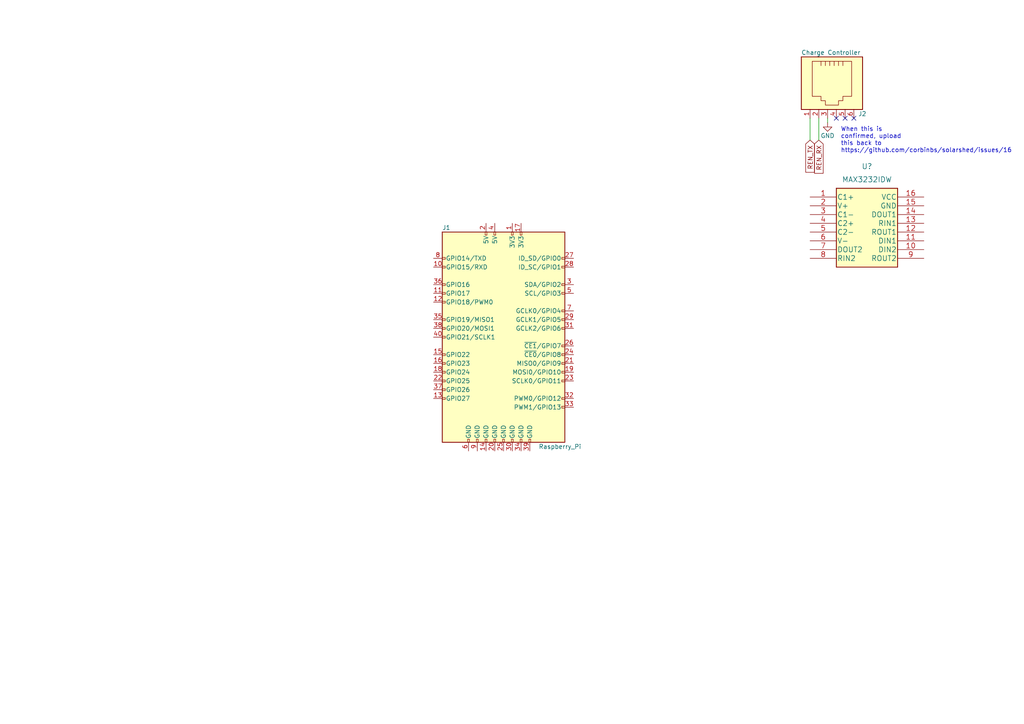
<source format=kicad_sch>
(kicad_sch (version 20211123) (generator eeschema)
  (paper "A4")
  (lib_symbols
    (symbol "Connector:RJ12" (pin_names (offset 1.016))
      (property "Reference" "J" (at -5.08 11.43 0))
      (property "Value" "RJ12" (at 2.54 11.43 0))
      (symbol "RJ12_0_1"
        (polyline (pts (xy -6.35 -1.905) (xy -5.08 -1.905) (xy -5.08 -1.905)))
        (polyline (pts (xy -6.35 -0.635) (xy -5.08 -0.635) (xy -5.08 -0.635)))
        (polyline (pts (xy -6.35 0.635) (xy -5.08 0.635) (xy -5.08 0.635)))
        (polyline (pts (xy -6.35 1.905) (xy -5.08 1.905) (xy -5.08 1.905)))
        (polyline (pts (xy -6.35 3.175) (xy -5.08 3.175) (xy -5.08 3.175)))
        (polyline (pts (xy -5.08 4.445) (xy -6.35 4.445) (xy -6.35 4.445)))
        (polyline (pts (xy -6.35 -4.445) (xy -6.35 6.985) (xy 3.81 6.985) (xy 3.81 4.445) (xy 5.08 4.445) (xy 5.08 3.175) (xy 6.35 3.175) (xy 6.35 -0.635) (xy 5.08 -0.635) (xy 5.08 -1.905) (xy 3.81 -1.905) (xy 3.81 -4.445) (xy -6.35 -4.445) (xy -6.35 -4.445)))
        (rectangle (start 7.62 10.16) (end -7.62 -7.62) (stroke (width 0.254)) (fill (type background)))
      )
      (symbol "RJ12_1_1"
        (pin passive line (at 10.16 -5.08 180) (length 2.54) (name "~") (number "1"))
        (pin passive line (at 10.16 -2.54 180) (length 2.54) (name "~") (number "2"))
        (pin passive line (at 10.16 0 180) (length 2.54) (name "~") (number "3"))
        (pin passive line (at 10.16 2.54 180) (length 2.54) (name "~") (number "4"))
        (pin passive line (at 10.16 5.08 180) (length 2.54) (name "~") (number "5"))
        (pin passive line (at 10.16 7.62 180) (length 2.54) (name "~") (number "6"))
      )
    )
    (symbol "Connector:Raspberry_Pi_2_3" (pin_names (offset 1.016))
      (property "Reference" "J" (at -17.78 31.75 0))
      (property "Value" "Raspberry_Pi_2_3" (at 10.16 -31.75 0))
      (symbol "Raspberry_Pi_2_3_0_1"
        (rectangle (start -17.78 30.48) (end 17.78 -30.48) (stroke (width 0.254)) (fill (type background)))
      )
      (symbol "Raspberry_Pi_2_3_1_1"
        (rectangle (start -16.891 -17.526) (end -17.78 -18.034))
        (rectangle (start -16.891 -14.986) (end -17.78 -15.494))
        (rectangle (start -16.891 -12.446) (end -17.78 -12.954))
        (rectangle (start -16.891 -9.906) (end -17.78 -10.414))
        (rectangle (start -16.891 -7.366) (end -17.78 -7.874))
        (rectangle (start -16.891 -4.826) (end -17.78 -5.334))
        (rectangle (start -16.891 0.254) (end -17.78 -0.254))
        (rectangle (start -16.891 2.794) (end -17.78 2.286))
        (rectangle (start -16.891 5.334) (end -17.78 4.826))
        (rectangle (start -16.891 10.414) (end -17.78 9.906))
        (rectangle (start -16.891 12.954) (end -17.78 12.446))
        (rectangle (start -16.891 15.494) (end -17.78 14.986))
        (rectangle (start -16.891 20.574) (end -17.78 20.066))
        (rectangle (start -16.891 23.114) (end -17.78 22.606))
        (rectangle (start -10.414 -29.591) (end -9.906 -30.48))
        (rectangle (start -7.874 -29.591) (end -7.366 -30.48))
        (rectangle (start -5.334 -29.591) (end -4.826 -30.48))
        (rectangle (start -5.334 30.48) (end -4.826 29.591))
        (rectangle (start -2.794 -29.591) (end -2.286 -30.48))
        (rectangle (start -2.794 30.48) (end -2.286 29.591))
        (rectangle (start -0.254 -29.591) (end 0.254 -30.48))
        (rectangle (start 2.286 -29.591) (end 2.794 -30.48))
        (rectangle (start 2.286 30.48) (end 2.794 29.591))
        (rectangle (start 4.826 -29.591) (end 5.334 -30.48))
        (rectangle (start 4.826 30.48) (end 5.334 29.591))
        (rectangle (start 7.366 -29.591) (end 7.874 -30.48))
        (rectangle (start 17.78 -20.066) (end 16.891 -20.574))
        (rectangle (start 17.78 -17.526) (end 16.891 -18.034))
        (rectangle (start 17.78 -12.446) (end 16.891 -12.954))
        (rectangle (start 17.78 -9.906) (end 16.891 -10.414))
        (rectangle (start 17.78 -7.366) (end 16.891 -7.874))
        (rectangle (start 17.78 -4.826) (end 16.891 -5.334))
        (rectangle (start 17.78 -2.286) (end 16.891 -2.794))
        (rectangle (start 17.78 2.794) (end 16.891 2.286))
        (rectangle (start 17.78 5.334) (end 16.891 4.826))
        (rectangle (start 17.78 7.874) (end 16.891 7.366))
        (rectangle (start 17.78 12.954) (end 16.891 12.446))
        (rectangle (start 17.78 15.494) (end 16.891 14.986))
        (rectangle (start 17.78 20.574) (end 16.891 20.066))
        (rectangle (start 17.78 23.114) (end 16.891 22.606))
        (pin power_in line (at 2.54 33.02 270) (length 2.54) (name "3V3") (number "1"))
        (pin bidirectional line (at -20.32 20.32 0) (length 2.54) (name "GPIO15/RXD") (number "10"))
        (pin bidirectional line (at -20.32 12.7 0) (length 2.54) (name "GPIO17") (number "11"))
        (pin bidirectional line (at -20.32 10.16 0) (length 2.54) (name "GPIO18/PWM0") (number "12"))
        (pin bidirectional line (at -20.32 -17.78 0) (length 2.54) (name "GPIO27") (number "13"))
        (pin power_in line (at -5.08 -33.02 90) (length 2.54) (name "GND") (number "14"))
        (pin bidirectional line (at -20.32 -5.08 0) (length 2.54) (name "GPIO22") (number "15"))
        (pin bidirectional line (at -20.32 -7.62 0) (length 2.54) (name "GPIO23") (number "16"))
        (pin power_in line (at 5.08 33.02 270) (length 2.54) (name "3V3") (number "17"))
        (pin bidirectional line (at -20.32 -10.16 0) (length 2.54) (name "GPIO24") (number "18"))
        (pin bidirectional line (at 20.32 -10.16 180) (length 2.54) (name "MOSI0/GPIO10") (number "19"))
        (pin power_in line (at -5.08 33.02 270) (length 2.54) (name "5V") (number "2"))
        (pin power_in line (at -2.54 -33.02 90) (length 2.54) (name "GND") (number "20"))
        (pin bidirectional line (at 20.32 -7.62 180) (length 2.54) (name "MISO0/GPIO9") (number "21"))
        (pin bidirectional line (at -20.32 -12.7 0) (length 2.54) (name "GPIO25") (number "22"))
        (pin bidirectional line (at 20.32 -12.7 180) (length 2.54) (name "SCLK0/GPIO11") (number "23"))
        (pin bidirectional line (at 20.32 -5.08 180) (length 2.54) (name "~{CE0}/GPIO8") (number "24"))
        (pin power_in line (at 0 -33.02 90) (length 2.54) (name "GND") (number "25"))
        (pin bidirectional line (at 20.32 -2.54 180) (length 2.54) (name "~{CE1}/GPIO7") (number "26"))
        (pin bidirectional line (at 20.32 22.86 180) (length 2.54) (name "ID_SD/GPIO0") (number "27"))
        (pin bidirectional line (at 20.32 20.32 180) (length 2.54) (name "ID_SC/GPIO1") (number "28"))
        (pin bidirectional line (at 20.32 5.08 180) (length 2.54) (name "GCLK1/GPIO5") (number "29"))
        (pin bidirectional line (at 20.32 15.24 180) (length 2.54) (name "SDA/GPIO2") (number "3"))
        (pin power_in line (at 2.54 -33.02 90) (length 2.54) (name "GND") (number "30"))
        (pin bidirectional line (at 20.32 2.54 180) (length 2.54) (name "GCLK2/GPIO6") (number "31"))
        (pin bidirectional line (at 20.32 -17.78 180) (length 2.54) (name "PWM0/GPIO12") (number "32"))
        (pin bidirectional line (at 20.32 -20.32 180) (length 2.54) (name "PWM1/GPIO13") (number "33"))
        (pin power_in line (at 5.08 -33.02 90) (length 2.54) (name "GND") (number "34"))
        (pin bidirectional line (at -20.32 5.08 0) (length 2.54) (name "GPIO19/MISO1") (number "35"))
        (pin bidirectional line (at -20.32 15.24 0) (length 2.54) (name "GPIO16") (number "36"))
        (pin bidirectional line (at -20.32 -15.24 0) (length 2.54) (name "GPIO26") (number "37"))
        (pin bidirectional line (at -20.32 2.54 0) (length 2.54) (name "GPIO20/MOSI1") (number "38"))
        (pin power_in line (at 7.62 -33.02 90) (length 2.54) (name "GND") (number "39"))
        (pin power_in line (at -2.54 33.02 270) (length 2.54) (name "5V") (number "4"))
        (pin bidirectional line (at -20.32 0 0) (length 2.54) (name "GPIO21/SCLK1") (number "40"))
        (pin bidirectional line (at 20.32 12.7 180) (length 2.54) (name "SCL/GPIO3") (number "5"))
        (pin power_in line (at -10.16 -33.02 90) (length 2.54) (name "GND") (number "6"))
        (pin bidirectional line (at 20.32 7.62 180) (length 2.54) (name "GCLK0/GPIO4") (number "7"))
        (pin bidirectional line (at -20.32 22.86 0) (length 2.54) (name "GPIO14/TXD") (number "8"))
        (pin power_in line (at -7.62 -33.02 90) (length 2.54) (name "GND") (number "9"))
      )
    )
    (symbol "KenwoodFox:MAX3232IDW" (pin_names (offset 0.254))
      (property "Reference" "U" (at 8.89 3.81 0))
      (property "Value" "MAX3232IDW" (at 19.05 -21.59 0))
      (symbol "MAX3232IDW_1_1"
        (rectangle (start 7.62 2.54) (end 25.4 -20.32) (stroke (width 0.254)) (fill (type background)))
        (pin unspecified line (at 0 0 0) (length 7.62) (name "C1+") (number "1"))
        (pin input line (at 33.02 -15.24 180) (length 7.62) (name "DIN2") (number "10"))
        (pin input line (at 33.02 -12.7 180) (length 7.62) (name "DIN1") (number "11"))
        (pin output line (at 33.02 -10.16 180) (length 7.62) (name "ROUT1") (number "12"))
        (pin input line (at 33.02 -7.62 180) (length 7.62) (name "RIN1") (number "13"))
        (pin output line (at 33.02 -5.08 180) (length 7.62) (name "DOUT1") (number "14"))
        (pin power_in line (at 33.02 -2.54 180) (length 7.62) (name "GND") (number "15"))
        (pin power_in line (at 33.02 0 180) (length 7.62) (name "VCC") (number "16"))
        (pin power_in line (at 0 -2.54 0) (length 7.62) (name "V+") (number "2"))
        (pin unspecified line (at 0 -5.08 0) (length 7.62) (name "C1-") (number "3"))
        (pin unspecified line (at 0 -7.62 0) (length 7.62) (name "C2+") (number "4"))
        (pin unspecified line (at 0 -10.16 0) (length 7.62) (name "C2-") (number "5"))
        (pin power_in line (at 0 -12.7 0) (length 7.62) (name "V-") (number "6"))
        (pin output line (at 0 -15.24 0) (length 7.62) (name "DOUT2") (number "7"))
        (pin input line (at 0 -17.78 0) (length 7.62) (name "RIN2") (number "8"))
        (pin output line (at 33.02 -17.78 180) (length 7.62) (name "ROUT2") (number "9"))
      )
    )
    (symbol "power:GND" (power) (pin_names (offset 0))
      (property "Value" "GND" (at 0 -3.81 0))
      (symbol "GND_0_1"
        (polyline (pts (xy 0 0) (xy 0 -1.27) (xy 1.27 -1.27) (xy 0 -2.54) (xy -1.27 -1.27) (xy 0 -1.27)))
      )
      (symbol "GND_1_1"
        (pin power_in line (at 0 0 270) (length 0) hide (name "GND") (number "1"))
      )
    )
  )
  (no_connect (at 245.11 34.29))
  (no_connect (at 247.65 34.29))
  (no_connect (at 242.57 34.29))
  (wire (pts (xy 237.49 40.64) (xy 237.49 34.29)))
  (wire (pts (xy 240.03 35.56) (xy 240.03 34.29)))
  (wire (pts (xy 234.95 40.64) (xy 234.95 34.29)))
  (text "When this is\nconfirmed, upload\nthis back to\nhttps://github.com/corbinbs/solarshed/issues/16" (at 243.84 44.45 0) (effects (font (size 1.27 1.27)) (justify left bottom)))
  (global_label "REN_RX" (shape input) (at 237.49 40.64 270) (property "Intersheet References" "${INTERSHEET_REFS}" (effects hide)))
  (global_label "REN_TX" (shape input) (at 234.95 40.64 270) (property "Intersheet References" "${INTERSHEET_REFS}" (effects hide)))
  (symbol (lib_id "power:GND") (at 240.03 35.56 0) (unit 1)
    (property "Reference" "#PWR?" (effects hide))
    (property "Value" "GND" (at 240.03 39.37 0))
  )
  (symbol (lib_id "KenwoodFox:MAX3232IDW") (at 234.95 57.15 0) (unit 1)
    (property "Reference" "U?" (at 251.46 48.26 0) (effects (font (size 1.524 1.524))))
    (property "Value" "MAX3232IDW" (at 251.46 52.07 0) (effects (font (size 1.524 1.524))))
    (property "Footprint" "KenwoodFox:MAX3232IDW" (effects hide))
  )
  (symbol (lib_id "Connector:Raspberry_Pi_2_3") (at 146.05 97.79 0) (unit 1)
    (property "Reference" "J1" (at 128.27 66.04 0) (effects (justify left)))
    (property "Value" "Raspberry_Pi" (at 156.21 129.54 0) (effects (justify left)))
    (property "Footprint" "Connector_PinSocket_2.54mm:PinSocket_2x20_P2.54mm_Vertical" (effects hide))
    (property "Datasheet" "https://www.raspberrypi.org/documentation/hardware/raspberrypi/schematics/rpi_SCH_3bplus_1p0_reduced.pdf" (effects hide))
  )
  (symbol (lib_id "Connector:RJ12") (at 240.03 24.13 270) (unit 1)
    (property "Reference" "J2" (at 248.92 33.02 90) (effects (justify left)))
    (property "Value" "Charge Controller" (at 232.41 15.24 90) (effects (justify left)))
    (property "Footprint" "Connector_RJ:RJ12_Amphenol_54601" (effects hide))
  )
)
</source>
